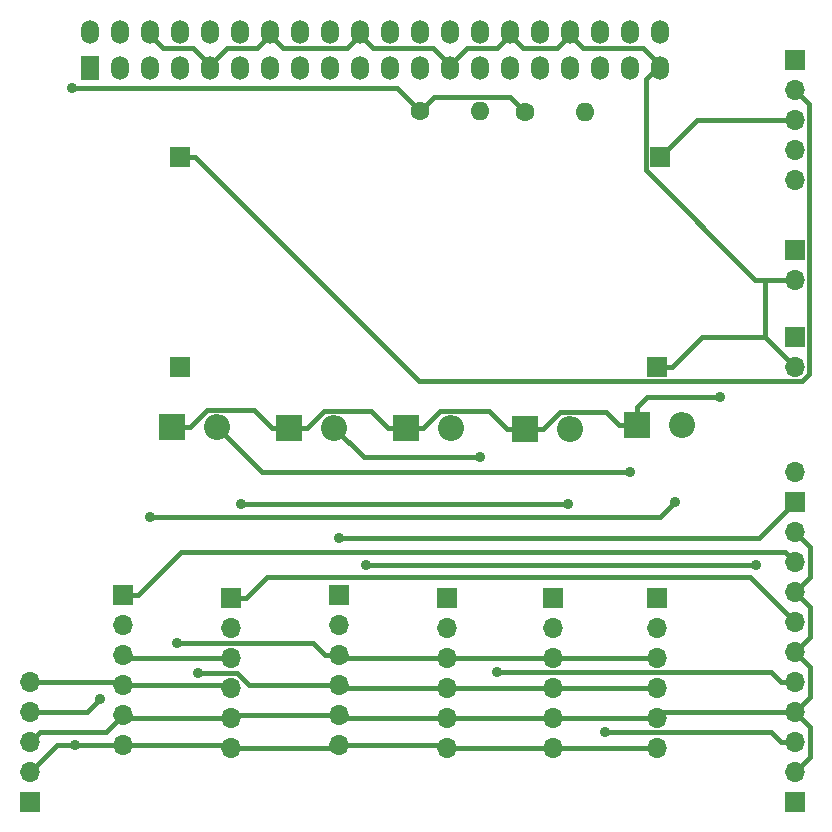
<source format=gbr>
G04 #@! TF.GenerationSoftware,KiCad,Pcbnew,(5.0.1)-4*
G04 #@! TF.CreationDate,2018-12-13T18:51:49-05:00*
G04 #@! TF.ProjectId,pihat_template,70696861745F74656D706C6174652E6B,B1.1*
G04 #@! TF.SameCoordinates,Original*
G04 #@! TF.FileFunction,Copper,L2,Bot,Signal*
G04 #@! TF.FilePolarity,Positive*
%FSLAX46Y46*%
G04 Gerber Fmt 4.6, Leading zero omitted, Abs format (unit mm)*
G04 Created by KiCad (PCBNEW (5.0.1)-4) date 12/13/2018 6:51:49 PM*
%MOMM*%
%LPD*%
G01*
G04 APERTURE LIST*
G04 #@! TA.AperFunction,ComponentPad*
%ADD10R,1.700000X1.700000*%
G04 #@! TD*
G04 #@! TA.AperFunction,ComponentPad*
%ADD11O,1.700000X1.700000*%
G04 #@! TD*
G04 #@! TA.AperFunction,ComponentPad*
%ADD12O,1.600000X1.600000*%
G04 #@! TD*
G04 #@! TA.AperFunction,ComponentPad*
%ADD13C,1.600000*%
G04 #@! TD*
G04 #@! TA.AperFunction,ComponentPad*
%ADD14O,2.200000X2.200000*%
G04 #@! TD*
G04 #@! TA.AperFunction,ComponentPad*
%ADD15R,2.200000X2.200000*%
G04 #@! TD*
G04 #@! TA.AperFunction,ComponentPad*
%ADD16R,1.524000X1.998980*%
G04 #@! TD*
G04 #@! TA.AperFunction,ComponentPad*
%ADD17O,1.524000X1.998980*%
G04 #@! TD*
G04 #@! TA.AperFunction,ViaPad*
%ADD18C,0.889000*%
G04 #@! TD*
G04 #@! TA.AperFunction,Conductor*
%ADD19C,0.400000*%
G04 #@! TD*
G04 APERTURE END LIST*
D10*
G04 #@! TO.P,J11,1*
G04 #@! TO.N,X-In*
X125248000Y-121258000D03*
D11*
G04 #@! TO.P,J11,2*
G04 #@! TO.N,X-Out*
X125248000Y-123798000D03*
G04 #@! TO.P,J11,3*
G04 #@! TO.N,SDA_3*
X125248000Y-126338000D03*
G04 #@! TO.P,J11,4*
G04 #@! TO.N,SCL_3*
X125248000Y-128878000D03*
G04 #@! TO.P,J11,5*
G04 #@! TO.N,GND*
X125248000Y-131418000D03*
G04 #@! TO.P,J11,6*
G04 #@! TO.N,+3V3*
X125248000Y-133958000D03*
G04 #@! TD*
D10*
G04 #@! TO.P,OUT-,1*
G04 #@! TO.N,GND*
X161316000Y-101700000D03*
G04 #@! TD*
G04 #@! TO.P,IN+,1*
G04 #@! TO.N,Net-(J13-Pad1)*
X120930000Y-83920000D03*
G04 #@! TD*
G04 #@! TO.P,IN-,1*
G04 #@! TO.N,GND*
X120930000Y-101700000D03*
G04 #@! TD*
G04 #@! TO.P,OUT+,1*
G04 #@! TO.N,Net-(J15-Pad1)*
X161570000Y-83920000D03*
G04 #@! TD*
G04 #@! TO.P,J6,1*
G04 #@! TO.N,+5V*
X108230000Y-138530000D03*
D11*
G04 #@! TO.P,J6,2*
G04 #@! TO.N,+3V3*
X108230000Y-135990000D03*
G04 #@! TO.P,J6,3*
G04 #@! TO.N,GND*
X108230000Y-133450000D03*
G04 #@! TO.P,J6,4*
G04 #@! TO.N,SDA_3*
X108230000Y-130910000D03*
G04 #@! TO.P,J6,5*
G04 #@! TO.N,SCL_3*
X108230000Y-128370000D03*
G04 #@! TD*
D12*
G04 #@! TO.P,R1,2*
G04 #@! TO.N,SCL_3*
X155220000Y-80110000D03*
D13*
G04 #@! TO.P,R1,1*
G04 #@! TO.N,+3V3*
X150140000Y-80110000D03*
G04 #@! TD*
G04 #@! TO.P,R2,1*
G04 #@! TO.N,+3V3*
X141250000Y-80046500D03*
D12*
G04 #@! TO.P,R2,2*
G04 #@! TO.N,SDA_3*
X146330000Y-80046500D03*
G04 #@! TD*
D10*
G04 #@! TO.P,J2,1*
G04 #@! TO.N,VbattIn*
X173000000Y-113130000D03*
D11*
G04 #@! TO.P,J2,2*
G04 #@! TO.N,VbattOut*
X173000000Y-110590000D03*
G04 #@! TD*
G04 #@! TO.P,J4,2*
G04 #@! TO.N,GND*
X173000000Y-94334000D03*
D10*
G04 #@! TO.P,J4,1*
G04 #@! TO.N,Net-(J3-Pad1)*
X173000000Y-91794000D03*
G04 #@! TD*
G04 #@! TO.P,J3,1*
G04 #@! TO.N,Net-(J4-Pad1)*
X173000000Y-99160000D03*
D11*
G04 #@! TO.P,J3,2*
G04 #@! TO.N,GND*
X173000000Y-101700000D03*
G04 #@! TD*
D10*
G04 #@! TO.P,J10,1*
G04 #@! TO.N,VbattIn*
X134392000Y-121004000D03*
D11*
G04 #@! TO.P,J10,2*
G04 #@! TO.N,VbattOut*
X134392000Y-123544000D03*
G04 #@! TO.P,J10,3*
G04 #@! TO.N,SDA_1*
X134392000Y-126084000D03*
G04 #@! TO.P,J10,4*
G04 #@! TO.N,SCL_1*
X134392000Y-128624000D03*
G04 #@! TO.P,J10,5*
G04 #@! TO.N,GND*
X134392000Y-131164000D03*
G04 #@! TO.P,J10,6*
G04 #@! TO.N,+3V3*
X134392000Y-133704000D03*
G04 #@! TD*
G04 #@! TO.P,J12,6*
G04 #@! TO.N,+3V3*
X116104000Y-133704000D03*
G04 #@! TO.P,J12,5*
G04 #@! TO.N,GND*
X116104000Y-131164000D03*
G04 #@! TO.P,J12,4*
G04 #@! TO.N,SCL_3*
X116104000Y-128624000D03*
G04 #@! TO.P,J12,3*
G04 #@! TO.N,SDA_3*
X116104000Y-126084000D03*
G04 #@! TO.P,J12,2*
G04 #@! TO.N,Y-Out*
X116104000Y-123544000D03*
D10*
G04 #@! TO.P,J12,1*
G04 #@! TO.N,Y-In*
X116104000Y-121004000D03*
G04 #@! TD*
G04 #@! TO.P,J8,1*
G04 #@! TO.N,Y+In*
X152489500Y-121258000D03*
D11*
G04 #@! TO.P,J8,2*
G04 #@! TO.N,Y+Out*
X152489500Y-123798000D03*
G04 #@! TO.P,J8,3*
G04 #@! TO.N,SDA_1*
X152489500Y-126338000D03*
G04 #@! TO.P,J8,4*
G04 #@! TO.N,SCL_1*
X152489500Y-128878000D03*
G04 #@! TO.P,J8,5*
G04 #@! TO.N,GND*
X152489500Y-131418000D03*
G04 #@! TO.P,J8,6*
G04 #@! TO.N,+3V3*
X152489500Y-133958000D03*
G04 #@! TD*
G04 #@! TO.P,J7,6*
G04 #@! TO.N,+3V3*
X161316000Y-133958000D03*
G04 #@! TO.P,J7,5*
G04 #@! TO.N,GND*
X161316000Y-131418000D03*
G04 #@! TO.P,J7,4*
G04 #@! TO.N,SCL_1*
X161316000Y-128878000D03*
G04 #@! TO.P,J7,3*
G04 #@! TO.N,SDA_1*
X161316000Y-126338000D03*
G04 #@! TO.P,J7,2*
G04 #@! TO.N,X+Out*
X161316000Y-123798000D03*
D10*
G04 #@! TO.P,J7,1*
G04 #@! TO.N,X+In*
X161316000Y-121258000D03*
G04 #@! TD*
G04 #@! TO.P,J9,1*
G04 #@! TO.N,Z+In*
X143536000Y-121258000D03*
D11*
G04 #@! TO.P,J9,2*
G04 #@! TO.N,Z+Out*
X143536000Y-123798000D03*
G04 #@! TO.P,J9,3*
G04 #@! TO.N,SDA_1*
X143536000Y-126338000D03*
G04 #@! TO.P,J9,4*
G04 #@! TO.N,SCL_1*
X143536000Y-128878000D03*
G04 #@! TO.P,J9,5*
G04 #@! TO.N,GND*
X143536000Y-131418000D03*
G04 #@! TO.P,J9,6*
G04 #@! TO.N,+3V3*
X143536000Y-133958000D03*
G04 #@! TD*
D10*
G04 #@! TO.P,J1,1*
G04 #@! TO.N,X+In*
X173000000Y-138530000D03*
D11*
G04 #@! TO.P,J1,2*
G04 #@! TO.N,GND*
X173000000Y-135990000D03*
G04 #@! TO.P,J1,3*
G04 #@! TO.N,Y+In*
X173000000Y-133450000D03*
G04 #@! TO.P,J1,4*
G04 #@! TO.N,GND*
X173000000Y-130910000D03*
G04 #@! TO.P,J1,5*
G04 #@! TO.N,Z+In*
X173000000Y-128370000D03*
G04 #@! TO.P,J1,6*
G04 #@! TO.N,GND*
X173000000Y-125830000D03*
G04 #@! TO.P,J1,7*
G04 #@! TO.N,X-In*
X173000000Y-123290000D03*
G04 #@! TO.P,J1,8*
G04 #@! TO.N,GND*
X173000000Y-120750000D03*
G04 #@! TO.P,J1,9*
G04 #@! TO.N,Y-In*
X173000000Y-118210000D03*
G04 #@! TO.P,J1,10*
G04 #@! TO.N,GND*
X173000000Y-115670000D03*
G04 #@! TD*
D14*
G04 #@! TO.P,D4,2*
G04 #@! TO.N,X-Out*
X153950000Y-106907000D03*
D15*
G04 #@! TO.P,D4,1*
G04 #@! TO.N,Net-(D1-Pad1)*
X150140000Y-106907000D03*
G04 #@! TD*
G04 #@! TO.P,D3,1*
G04 #@! TO.N,Net-(D1-Pad1)*
X140043500Y-106843500D03*
D14*
G04 #@! TO.P,D3,2*
G04 #@! TO.N,Z+Out*
X143853500Y-106843500D03*
G04 #@! TD*
G04 #@! TO.P,D5,2*
G04 #@! TO.N,Y-Out*
X163411500Y-106589500D03*
D15*
G04 #@! TO.P,D5,1*
G04 #@! TO.N,Net-(D1-Pad1)*
X159601500Y-106589500D03*
G04 #@! TD*
G04 #@! TO.P,D2,1*
G04 #@! TO.N,Net-(D1-Pad1)*
X130201000Y-106843500D03*
D14*
G04 #@! TO.P,D2,2*
G04 #@! TO.N,Y+Out*
X134011000Y-106843500D03*
G04 #@! TD*
D10*
G04 #@! TO.P,J5,1*
G04 #@! TO.N,Net-(D1-Pad1)*
X173000000Y-75665000D03*
D11*
G04 #@! TO.P,J5,2*
G04 #@! TO.N,Net-(J13-Pad1)*
X173000000Y-78205000D03*
G04 #@! TO.P,J5,3*
G04 #@! TO.N,Net-(J15-Pad1)*
X173000000Y-80745000D03*
G04 #@! TO.P,J5,4*
G04 #@! TO.N,Net-(J3-Pad1)*
X173000000Y-83285000D03*
G04 #@! TO.P,J5,5*
G04 #@! TO.N,Net-(J4-Pad1)*
X173000000Y-85825000D03*
G04 #@! TD*
D15*
G04 #@! TO.P,D1,1*
G04 #@! TO.N,Net-(D1-Pad1)*
X120295000Y-106780000D03*
D14*
G04 #@! TO.P,D1,2*
G04 #@! TO.N,X+Out*
X124105000Y-106780000D03*
G04 #@! TD*
D16*
G04 #@! TO.P,GPIO,1*
G04 #@! TO.N,+3V3*
X113290000Y-76338920D03*
D17*
G04 #@! TO.P,GPIO,2*
G04 #@! TO.N,+5V*
X113290000Y-73301080D03*
G04 #@! TO.P,GPIO,3*
G04 #@! TO.N,SDA_1*
X115830000Y-76338920D03*
G04 #@! TO.P,GPIO,4*
G04 #@! TO.N,+5V*
X115830000Y-73301080D03*
G04 #@! TO.P,GPIO,5*
G04 #@! TO.N,SCL_1*
X118370000Y-76338920D03*
G04 #@! TO.P,GPIO,6*
G04 #@! TO.N,GND*
X118370000Y-73301080D03*
G04 #@! TO.P,GPIO,7*
G04 #@! TO.N,Net-(P3-Pad7)*
X120910000Y-76338920D03*
G04 #@! TO.P,GPIO,8*
G04 #@! TO.N,Net-(P3-Pad8)*
X120910000Y-73301080D03*
G04 #@! TO.P,GPIO,9*
G04 #@! TO.N,GND*
X123450000Y-76338920D03*
G04 #@! TO.P,GPIO,10*
G04 #@! TO.N,Net-(P3-Pad10)*
X123450000Y-73301080D03*
G04 #@! TO.P,GPIO,11*
G04 #@! TO.N,Net-(P3-Pad11)*
X125990000Y-76338920D03*
G04 #@! TO.P,GPIO,12*
G04 #@! TO.N,Net-(P3-Pad12)*
X125990000Y-73301080D03*
G04 #@! TO.P,GPIO,13*
G04 #@! TO.N,Net-(P3-Pad13)*
X128530000Y-76338920D03*
G04 #@! TO.P,GPIO,14*
G04 #@! TO.N,GND*
X128530000Y-73301080D03*
G04 #@! TO.P,GPIO,15*
G04 #@! TO.N,Net-(P3-Pad15)*
X131070000Y-76338920D03*
G04 #@! TO.P,GPIO,16*
G04 #@! TO.N,Net-(P3-Pad16)*
X131070000Y-73301080D03*
G04 #@! TO.P,GPIO,17*
G04 #@! TO.N,Net-(P3-Pad17)*
X133610000Y-76338920D03*
G04 #@! TO.P,GPIO,18*
G04 #@! TO.N,Net-(P3-Pad18)*
X133610000Y-73301080D03*
G04 #@! TO.P,GPIO,19*
G04 #@! TO.N,Net-(P3-Pad19)*
X136150000Y-76338920D03*
G04 #@! TO.P,GPIO,20*
G04 #@! TO.N,GND*
X136150000Y-73301080D03*
G04 #@! TO.P,GPIO,21*
G04 #@! TO.N,Net-(P3-Pad21)*
X138690000Y-76338920D03*
G04 #@! TO.P,GPIO,22*
G04 #@! TO.N,Net-(P3-Pad22)*
X138690000Y-73301080D03*
G04 #@! TO.P,GPIO,23*
G04 #@! TO.N,Net-(P3-Pad23)*
X141230000Y-76338920D03*
G04 #@! TO.P,GPIO,24*
G04 #@! TO.N,Net-(P3-Pad24)*
X141230000Y-73301080D03*
G04 #@! TO.P,GPIO,25*
G04 #@! TO.N,GND*
X143770000Y-76338920D03*
G04 #@! TO.P,GPIO,26*
G04 #@! TO.N,Net-(P3-Pad26)*
X143770000Y-73301080D03*
G04 #@! TO.P,GPIO,27*
G04 #@! TO.N,SDA_3*
X146310000Y-76338920D03*
G04 #@! TO.P,GPIO,28*
G04 #@! TO.N,SCL_3*
X146310000Y-73301080D03*
G04 #@! TO.P,GPIO,29*
G04 #@! TO.N,Net-(P3-Pad29)*
X148850000Y-76338920D03*
G04 #@! TO.P,GPIO,30*
G04 #@! TO.N,GND*
X148850000Y-73301080D03*
G04 #@! TO.P,GPIO,31*
G04 #@! TO.N,Net-(P3-Pad31)*
X151390000Y-76338920D03*
G04 #@! TO.P,GPIO,32*
G04 #@! TO.N,Net-(P3-Pad32)*
X151390000Y-73301080D03*
G04 #@! TO.P,GPIO,33*
G04 #@! TO.N,Net-(P3-Pad33)*
X153930000Y-76338920D03*
G04 #@! TO.P,GPIO,34*
G04 #@! TO.N,GND*
X153930000Y-73301080D03*
G04 #@! TO.P,GPIO,35*
G04 #@! TO.N,Net-(P3-Pad35)*
X156470000Y-76338920D03*
G04 #@! TO.P,GPIO,36*
G04 #@! TO.N,Net-(P3-Pad36)*
X156470000Y-73301080D03*
G04 #@! TO.P,GPIO,37*
G04 #@! TO.N,Net-(P3-Pad37)*
X159010000Y-76338920D03*
G04 #@! TO.P,GPIO,38*
G04 #@! TO.N,N/C*
X159010000Y-73301080D03*
G04 #@! TO.P,GPIO,39*
G04 #@! TO.N,GND*
X161550000Y-76338920D03*
G04 #@! TO.P,GPIO,40*
G04 #@! TO.N,Net-(P3-Pad40)*
X161550000Y-73301080D03*
G04 #@! TD*
D18*
G04 #@! TO.N,SDA_1*
X120676000Y-125068000D03*
G04 #@! TO.N,SCL_1*
X122454000Y-127608000D03*
G04 #@! TO.N,Net-(D1-Pad1)*
X166650000Y-104240000D03*
G04 #@! TO.N,X+Out*
X159030000Y-110590000D03*
G04 #@! TO.N,Y+In*
X156928001Y-132618001D03*
G04 #@! TO.N,Z+In*
X147784001Y-127538001D03*
G04 #@! TO.N,VbattIn*
X134392000Y-116178000D03*
G04 #@! TO.N,VbattOut*
X169751928Y-118410072D03*
X136678000Y-118464000D03*
G04 #@! TO.N,+3V3*
X112040000Y-133704000D03*
X111786000Y-78078000D03*
G04 #@! TO.N,Y+Out*
X146330000Y-109320000D03*
G04 #@! TO.N,Y-Out*
X118390000Y-114400000D03*
X118390000Y-114400000D03*
X162840000Y-113130000D03*
G04 #@! TO.N,X-Out*
X126130501Y-113250501D03*
X126130501Y-113250501D03*
X153829499Y-113250501D03*
G04 #@! TO.N,SDA_3*
X114159999Y-129806001D03*
G04 #@! TD*
D19*
G04 #@! TO.N,GND*
X173849999Y-131759999D02*
X173000000Y-130910000D01*
X174270000Y-132180000D02*
X173849999Y-131759999D01*
X174270000Y-134720000D02*
X174270000Y-132180000D01*
X173000000Y-135990000D02*
X174270000Y-134720000D01*
X173849999Y-126679999D02*
X173000000Y-125830000D01*
X174270000Y-127100000D02*
X173849999Y-126679999D01*
X174270000Y-129640000D02*
X174270000Y-127100000D01*
X173000000Y-130910000D02*
X174270000Y-129640000D01*
X173849999Y-121599999D02*
X173000000Y-120750000D01*
X174270000Y-122020000D02*
X173849999Y-121599999D01*
X174270000Y-124560000D02*
X174270000Y-122020000D01*
X173000000Y-125830000D02*
X174270000Y-124560000D01*
X173849999Y-116519999D02*
X173000000Y-115670000D01*
X174270000Y-116940000D02*
X173849999Y-116519999D01*
X174270000Y-119480000D02*
X174270000Y-116940000D01*
X173000000Y-120750000D02*
X174270000Y-119480000D01*
X170460000Y-99160000D02*
X173000000Y-101700000D01*
X170460000Y-99160000D02*
X170460000Y-94397500D01*
X155030580Y-74650580D02*
X153930000Y-73550000D01*
X160110580Y-74650580D02*
X155030580Y-74650580D01*
X161550000Y-76090000D02*
X160110580Y-74650580D01*
X149950580Y-74650580D02*
X148850000Y-73550000D01*
X152829420Y-74650580D02*
X149950580Y-74650580D01*
X153930000Y-73550000D02*
X152829420Y-74650580D01*
X145209420Y-74650580D02*
X143770000Y-76090000D01*
X147749420Y-74650580D02*
X145209420Y-74650580D01*
X148850000Y-73550000D02*
X147749420Y-74650580D01*
X137250580Y-74650580D02*
X136150000Y-73550000D01*
X142330580Y-74650580D02*
X137250580Y-74650580D01*
X143770000Y-76090000D02*
X142330580Y-74650580D01*
X129630580Y-74650580D02*
X128530000Y-73550000D01*
X135049420Y-74650580D02*
X129630580Y-74650580D01*
X136150000Y-73550000D02*
X135049420Y-74650580D01*
X124889420Y-74650580D02*
X123450000Y-76090000D01*
X127429420Y-74650580D02*
X124889420Y-74650580D01*
X128530000Y-73550000D02*
X127429420Y-74650580D01*
X119470580Y-74650580D02*
X118370000Y-73550000D01*
X122010580Y-74650580D02*
X119470580Y-74650580D01*
X123450000Y-76090000D02*
X122010580Y-74650580D01*
X161824000Y-130910000D02*
X161316000Y-131418000D01*
X173000000Y-130910000D02*
X161824000Y-130910000D01*
X160113919Y-131418000D02*
X152489500Y-131418000D01*
X161316000Y-131418000D02*
X160113919Y-131418000D01*
X152489500Y-131418000D02*
X143536000Y-131418000D01*
X134646000Y-131418000D02*
X134392000Y-131164000D01*
X143536000Y-131418000D02*
X134646000Y-131418000D01*
X125502000Y-131164000D02*
X125248000Y-131418000D01*
X134392000Y-131164000D02*
X125502000Y-131164000D01*
X116358000Y-131418000D02*
X116104000Y-131164000D01*
X125248000Y-131418000D02*
X116358000Y-131418000D01*
X115254001Y-132013999D02*
X116104000Y-131164000D01*
X114667999Y-132600001D02*
X115254001Y-132013999D01*
X109079999Y-132600001D02*
X114667999Y-132600001D01*
X108230000Y-133450000D02*
X109079999Y-132600001D01*
X160369999Y-77270001D02*
X161550000Y-76090000D01*
X160369999Y-85050001D02*
X160369999Y-77270001D01*
X173000000Y-94334000D02*
X169653998Y-94334000D01*
X169653998Y-94334000D02*
X160369999Y-85050001D01*
X165106000Y-99160000D02*
X170460000Y-99160000D01*
X162566000Y-101700000D02*
X165106000Y-99160000D01*
X161316000Y-101700000D02*
X162566000Y-101700000D01*
G04 #@! TO.N,SDA_1*
X160113919Y-126338000D02*
X152489500Y-126338000D01*
X161316000Y-126338000D02*
X160113919Y-126338000D01*
X152489500Y-126338000D02*
X143536000Y-126338000D01*
X134646000Y-126338000D02*
X134392000Y-126084000D01*
X143536000Y-126338000D02*
X134646000Y-126338000D01*
X133189919Y-126084000D02*
X132173919Y-125068000D01*
X134392000Y-126084000D02*
X133189919Y-126084000D01*
X132173919Y-125068000D02*
X122962000Y-125068000D01*
X122962000Y-125068000D02*
X120676000Y-125068000D01*
X120676000Y-125068000D02*
X120676000Y-125068000D01*
G04 #@! TO.N,SCL_1*
X160113919Y-128878000D02*
X152489500Y-128878000D01*
X161316000Y-128878000D02*
X160113919Y-128878000D01*
X151287419Y-128878000D02*
X143536000Y-128878000D01*
X152489500Y-128878000D02*
X151287419Y-128878000D01*
X134646000Y-128878000D02*
X134392000Y-128624000D01*
X143536000Y-128878000D02*
X134646000Y-128878000D01*
X126770002Y-128624000D02*
X125754002Y-127608000D01*
X134392000Y-128624000D02*
X126770002Y-128624000D01*
X125754002Y-127608000D02*
X122454000Y-127608000D01*
X122454000Y-127608000D02*
X122454000Y-127608000D01*
G04 #@! TO.N,Net-(D1-Pad1)*
X138543500Y-106843500D02*
X140043500Y-106843500D01*
X137093499Y-105393499D02*
X138543500Y-106843500D01*
X133151001Y-105393499D02*
X137093499Y-105393499D01*
X131701000Y-106843500D02*
X133151001Y-105393499D01*
X130201000Y-106843500D02*
X131701000Y-106843500D01*
X148640000Y-106907000D02*
X150140000Y-106907000D01*
X147126499Y-105393499D02*
X148640000Y-106907000D01*
X142993501Y-105393499D02*
X147126499Y-105393499D01*
X141543500Y-106843500D02*
X142993501Y-105393499D01*
X140043500Y-106843500D02*
X141543500Y-106843500D01*
X158101500Y-106589500D02*
X159601500Y-106589500D01*
X156968999Y-105456999D02*
X158101500Y-106589500D01*
X153090001Y-105456999D02*
X156968999Y-105456999D01*
X151640000Y-106907000D02*
X153090001Y-105456999D01*
X150140000Y-106907000D02*
X151640000Y-106907000D01*
X128701000Y-106843500D02*
X130201000Y-106843500D01*
X127187499Y-105329999D02*
X128701000Y-106843500D01*
X123245001Y-105329999D02*
X127187499Y-105329999D01*
X121795000Y-106780000D02*
X123245001Y-105329999D01*
X120295000Y-106780000D02*
X121795000Y-106780000D01*
X159601500Y-105089500D02*
X160451000Y-104240000D01*
X159601500Y-106589500D02*
X159601500Y-105089500D01*
X160451000Y-104240000D02*
X163208002Y-104240000D01*
X163208002Y-104240000D02*
X166650000Y-104240000D01*
X166650000Y-104240000D02*
X166650000Y-104240000D01*
G04 #@! TO.N,X+Out*
X127915000Y-110590000D02*
X124105000Y-106780000D01*
X159030000Y-110590000D02*
X127915000Y-110590000D01*
G04 #@! TO.N,Y+In*
X171797919Y-133450000D02*
X171740918Y-133392999D01*
X173000000Y-133450000D02*
X171797919Y-133450000D01*
X170965920Y-132618001D02*
X156928001Y-132618001D01*
X171797919Y-133450000D02*
X170965920Y-132618001D01*
X156928001Y-132618001D02*
X156928001Y-132618001D01*
G04 #@! TO.N,Z+In*
X170965920Y-127538001D02*
X147784001Y-127538001D01*
X173000000Y-128370000D02*
X171797919Y-128370000D01*
X171797919Y-128370000D02*
X170965920Y-127538001D01*
X147784001Y-127538001D02*
X147784001Y-127538001D01*
G04 #@! TO.N,X-In*
X126498000Y-121258000D02*
X125248000Y-121258000D01*
X128276000Y-119480000D02*
X126498000Y-121258000D01*
X169190000Y-119480000D02*
X128276000Y-119480000D01*
X173000000Y-123290000D02*
X169190000Y-119480000D01*
G04 #@! TO.N,Y-In*
X117354000Y-121004000D02*
X116104000Y-121004000D01*
X120997999Y-117360001D02*
X117354000Y-121004000D01*
X172150001Y-117360001D02*
X120997999Y-117360001D01*
X173000000Y-118210000D02*
X172150001Y-117360001D01*
G04 #@! TO.N,VbattIn*
X169952000Y-116178000D02*
X173000000Y-113130000D01*
X134392000Y-116178000D02*
X169952000Y-116178000D01*
G04 #@! TO.N,VbattOut*
X169123311Y-118410072D02*
X169069383Y-118464000D01*
X169751928Y-118410072D02*
X169123311Y-118410072D01*
X169069383Y-118464000D02*
X136678000Y-118464000D01*
X136678000Y-118464000D02*
X136678000Y-118464000D01*
G04 #@! TO.N,+3V3*
X143218500Y-134148500D02*
X143155000Y-134212000D01*
X142456500Y-78840000D02*
X141250000Y-80046500D01*
X150140000Y-80110000D02*
X148870000Y-78840000D01*
X148870000Y-78840000D02*
X142456500Y-78840000D01*
X125248000Y-133958000D02*
X134138000Y-133958000D01*
X143536000Y-133958000D02*
X152489500Y-133958000D01*
X124994000Y-133704000D02*
X125248000Y-133958000D01*
X116104000Y-133704000D02*
X124994000Y-133704000D01*
X143282000Y-133704000D02*
X143536000Y-133958000D01*
X134392000Y-133704000D02*
X143282000Y-133704000D01*
X152489500Y-133958000D02*
X161316000Y-133958000D01*
X114960500Y-78078000D02*
X139281500Y-78078000D01*
X139281500Y-78078000D02*
X141250000Y-80046500D01*
X114960500Y-78078000D02*
X111786000Y-78078000D01*
X111786000Y-78078000D02*
X111786000Y-78078000D01*
X110516000Y-133704000D02*
X112040000Y-133704000D01*
X108230000Y-135990000D02*
X110516000Y-133704000D01*
X112040000Y-133704000D02*
X116104000Y-133704000D01*
X111786000Y-78078000D02*
X111786000Y-78078000D01*
G04 #@! TO.N,Y+Out*
X136487500Y-109320000D02*
X134011000Y-106843500D01*
X146330000Y-109320000D02*
X137757500Y-109320000D01*
X136487500Y-109320000D02*
X139980000Y-109320000D01*
G04 #@! TO.N,Y-Out*
X118390000Y-114400000D02*
X161570000Y-114400000D01*
X161570000Y-114400000D02*
X162840000Y-113130000D01*
X162840000Y-113130000D02*
X162840000Y-113130000D01*
G04 #@! TO.N,X-Out*
X126130501Y-113250501D02*
X153829499Y-113250501D01*
X153829499Y-113250501D02*
X153829499Y-113250501D01*
G04 #@! TO.N,Net-(J13-Pad1)*
X173849999Y-79054999D02*
X173000000Y-78205000D01*
X173576001Y-102900001D02*
X174200001Y-102276001D01*
X174200001Y-79405001D02*
X173849999Y-79054999D01*
X174200001Y-102276001D02*
X174200001Y-79405001D01*
X141160001Y-102900001D02*
X173576001Y-102900001D01*
X122180000Y-83920000D02*
X141160001Y-102900001D01*
X120930000Y-83920000D02*
X122180000Y-83920000D01*
G04 #@! TO.N,Net-(J15-Pad1)*
X164745000Y-80745000D02*
X173000000Y-80745000D01*
X161570000Y-83920000D02*
X164745000Y-80745000D01*
G04 #@! TO.N,SDA_3*
X114159999Y-129806001D02*
X114159999Y-129806001D01*
X116358000Y-126338000D02*
X116104000Y-126084000D01*
X125248000Y-126338000D02*
X116358000Y-126338000D01*
X113056000Y-130910000D02*
X114159999Y-129806001D01*
X108230000Y-130910000D02*
X113056000Y-130910000D01*
G04 #@! TO.N,SCL_3*
X115596000Y-128116000D02*
X116104000Y-128624000D01*
X124994000Y-128624000D02*
X125248000Y-128878000D01*
X116104000Y-128624000D02*
X124994000Y-128624000D01*
X115850000Y-128370000D02*
X116104000Y-128624000D01*
X108230000Y-128370000D02*
X115850000Y-128370000D01*
G04 #@! TD*
M02*

</source>
